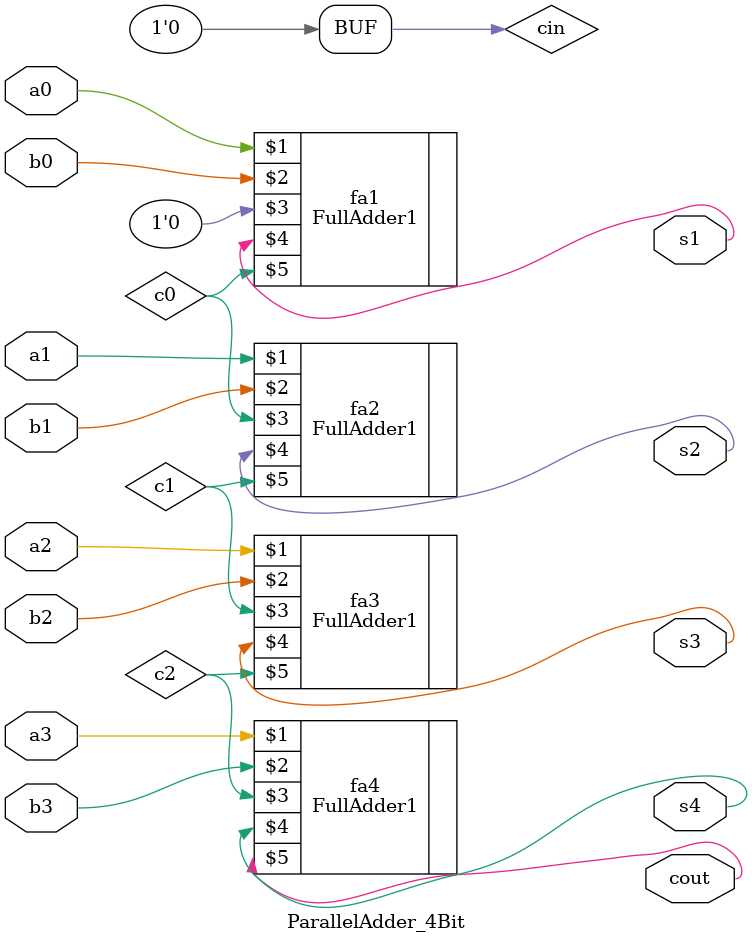
<source format=v>
`timescale 1ns / 1ps

module ParallelAdder_4Bit(

    input a3,a2,a1,a0,
    input b3,b2,b1,b0,
    output s4,s3,s2,s1,
    output cout
    
    );
    
    wire c0,c1,c2,cin;
    
    assign cin=0;
    
    FullAdder1 fa1(a0,b0,cin,s1,c0);
    FullAdder1 fa2(a1,b1,c0,s2,c1);
    FullAdder1 fa3(a2,b2,c1,s3,c2);
    FullAdder1 fa4(a3,b3,c2,s4,cout);
    
endmodule
</source>
